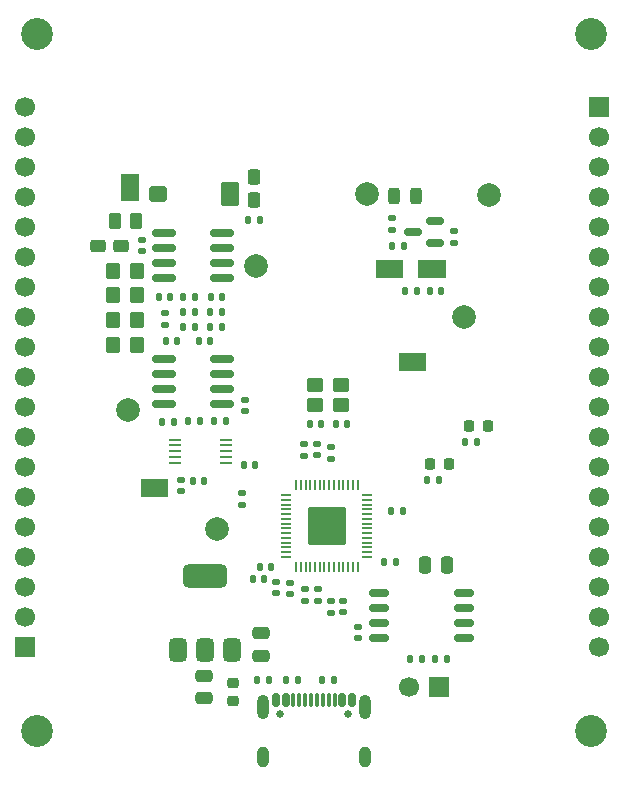
<source format=gbr>
%TF.GenerationSoftware,KiCad,Pcbnew,9.0.6*%
%TF.CreationDate,2025-11-29T10:37:21+02:00*%
%TF.ProjectId,laserboard,6c617365-7262-46f6-9172-642e6b696361,rev?*%
%TF.SameCoordinates,Original*%
%TF.FileFunction,Soldermask,Top*%
%TF.FilePolarity,Negative*%
%FSLAX46Y46*%
G04 Gerber Fmt 4.6, Leading zero omitted, Abs format (unit mm)*
G04 Created by KiCad (PCBNEW 9.0.6) date 2025-11-29 10:37:21*
%MOMM*%
%LPD*%
G01*
G04 APERTURE LIST*
G04 Aperture macros list*
%AMRoundRect*
0 Rectangle with rounded corners*
0 $1 Rounding radius*
0 $2 $3 $4 $5 $6 $7 $8 $9 X,Y pos of 4 corners*
0 Add a 4 corners polygon primitive as box body*
4,1,4,$2,$3,$4,$5,$6,$7,$8,$9,$2,$3,0*
0 Add four circle primitives for the rounded corners*
1,1,$1+$1,$2,$3*
1,1,$1+$1,$4,$5*
1,1,$1+$1,$6,$7*
1,1,$1+$1,$8,$9*
0 Add four rect primitives between the rounded corners*
20,1,$1+$1,$2,$3,$4,$5,0*
20,1,$1+$1,$4,$5,$6,$7,0*
20,1,$1+$1,$6,$7,$8,$9,0*
20,1,$1+$1,$8,$9,$2,$3,0*%
G04 Aperture macros list end*
%ADD10R,1.700000X1.700000*%
%ADD11C,1.700000*%
%ADD12RoundRect,0.140000X0.140000X0.170000X-0.140000X0.170000X-0.140000X-0.170000X0.140000X-0.170000X0*%
%ADD13RoundRect,0.140000X-0.140000X-0.170000X0.140000X-0.170000X0.140000X0.170000X-0.140000X0.170000X0*%
%ADD14RoundRect,0.250000X-0.475000X0.250000X-0.475000X-0.250000X0.475000X-0.250000X0.475000X0.250000X0*%
%ADD15RoundRect,0.135000X-0.135000X-0.185000X0.135000X-0.185000X0.135000X0.185000X-0.135000X0.185000X0*%
%ADD16RoundRect,0.375000X0.375000X-0.625000X0.375000X0.625000X-0.375000X0.625000X-0.375000X-0.625000X0*%
%ADD17RoundRect,0.500000X1.400000X-0.500000X1.400000X0.500000X-1.400000X0.500000X-1.400000X-0.500000X0*%
%ADD18RoundRect,0.218750X0.218750X0.256250X-0.218750X0.256250X-0.218750X-0.256250X0.218750X-0.256250X0*%
%ADD19RoundRect,0.162500X0.650000X0.162500X-0.650000X0.162500X-0.650000X-0.162500X0.650000X-0.162500X0*%
%ADD20RoundRect,0.135000X0.135000X0.185000X-0.135000X0.185000X-0.135000X-0.185000X0.135000X-0.185000X0*%
%ADD21RoundRect,0.140000X-0.170000X0.140000X-0.170000X-0.140000X0.170000X-0.140000X0.170000X0.140000X0*%
%ADD22RoundRect,0.135000X-0.185000X0.135000X-0.185000X-0.135000X0.185000X-0.135000X0.185000X0.135000X0*%
%ADD23RoundRect,0.050000X0.387500X0.050000X-0.387500X0.050000X-0.387500X-0.050000X0.387500X-0.050000X0*%
%ADD24RoundRect,0.050000X0.050000X0.387500X-0.050000X0.387500X-0.050000X-0.387500X0.050000X-0.387500X0*%
%ADD25RoundRect,0.144000X1.456000X1.456000X-1.456000X1.456000X-1.456000X-1.456000X1.456000X-1.456000X0*%
%ADD26RoundRect,0.250000X0.350000X0.450000X-0.350000X0.450000X-0.350000X-0.450000X0.350000X-0.450000X0*%
%ADD27C,2.000000*%
%ADD28RoundRect,0.140000X0.170000X-0.140000X0.170000X0.140000X-0.170000X0.140000X-0.170000X-0.140000X0*%
%ADD29RoundRect,0.250000X0.475000X-0.250000X0.475000X0.250000X-0.475000X0.250000X-0.475000X-0.250000X0*%
%ADD30C,0.650000*%
%ADD31RoundRect,0.150000X-0.150000X-0.425000X0.150000X-0.425000X0.150000X0.425000X-0.150000X0.425000X0*%
%ADD32RoundRect,0.075000X-0.075000X-0.500000X0.075000X-0.500000X0.075000X0.500000X-0.075000X0.500000X0*%
%ADD33O,1.000000X2.100000*%
%ADD34O,1.000000X1.800000*%
%ADD35RoundRect,0.250000X-0.262500X-0.450000X0.262500X-0.450000X0.262500X0.450000X-0.262500X0.450000X0*%
%ADD36C,2.700000*%
%ADD37RoundRect,0.135000X0.185000X-0.135000X0.185000X0.135000X-0.185000X0.135000X-0.185000X-0.135000X0*%
%ADD38R,1.000000X1.500000*%
%ADD39RoundRect,0.243750X-0.243750X-0.456250X0.243750X-0.456250X0.243750X0.456250X-0.243750X0.456250X0*%
%ADD40RoundRect,0.150000X-0.825000X-0.150000X0.825000X-0.150000X0.825000X0.150000X-0.825000X0.150000X0*%
%ADD41RoundRect,0.187500X-0.562500X-0.862500X0.562500X-0.862500X0.562500X0.862500X-0.562500X0.862500X0*%
%ADD42RoundRect,0.162500X-0.587500X-0.487500X0.587500X-0.487500X0.587500X0.487500X-0.587500X0.487500X0*%
%ADD43RoundRect,0.175000X-0.525000X-0.825000X0.525000X-0.825000X0.525000X0.825000X-0.525000X0.825000X0*%
%ADD44RoundRect,0.150000X-0.550000X-0.450000X0.550000X-0.450000X0.550000X0.450000X-0.550000X0.450000X0*%
%ADD45RoundRect,0.250000X-0.295000X0.407500X-0.295000X-0.407500X0.295000X-0.407500X0.295000X0.407500X0*%
%ADD46RoundRect,0.250000X0.450000X0.350000X-0.450000X0.350000X-0.450000X-0.350000X0.450000X-0.350000X0*%
%ADD47RoundRect,0.218750X0.256250X-0.218750X0.256250X0.218750X-0.256250X0.218750X-0.256250X-0.218750X0*%
%ADD48RoundRect,0.250000X-0.350000X-0.450000X0.350000X-0.450000X0.350000X0.450000X-0.350000X0.450000X0*%
%ADD49R,1.100000X0.250000*%
%ADD50RoundRect,0.150000X0.825000X0.150000X-0.825000X0.150000X-0.825000X-0.150000X0.825000X-0.150000X0*%
%ADD51RoundRect,0.250000X0.407500X0.295000X-0.407500X0.295000X-0.407500X-0.295000X0.407500X-0.295000X0*%
%ADD52RoundRect,0.250000X-0.250000X-0.475000X0.250000X-0.475000X0.250000X0.475000X-0.250000X0.475000X0*%
%ADD53RoundRect,0.150000X0.587500X0.150000X-0.587500X0.150000X-0.587500X-0.150000X0.587500X-0.150000X0*%
%ADD54R,1.500000X1.000000*%
G04 APERTURE END LIST*
%TO.C,JP8*%
G36*
X134450000Y-129400000D02*
G01*
X134750000Y-129400000D01*
X134750000Y-130900000D01*
X134450000Y-130900000D01*
X134450000Y-129400000D01*
G37*
%TO.C,JP6*%
G36*
X112950000Y-141550000D02*
G01*
X112650000Y-141550000D01*
X112650000Y-140050000D01*
X112950000Y-140050000D01*
X112950000Y-141550000D01*
G37*
%TO.C,JP5*%
G36*
X136410000Y-122990000D02*
G01*
X136110000Y-122990000D01*
X136110000Y-121490000D01*
X136410000Y-121490000D01*
X136410000Y-122990000D01*
G37*
%TO.C,JP7*%
G36*
X132510000Y-121490000D02*
G01*
X132810000Y-121490000D01*
X132810000Y-122990000D01*
X132510000Y-122990000D01*
X132510000Y-121490000D01*
G37*
%TO.C,JP2*%
G36*
X109950000Y-115500000D02*
G01*
X111450000Y-115500000D01*
X111450000Y-115200000D01*
X109950000Y-115200000D01*
X109950000Y-115500000D01*
G37*
%TD*%
D10*
%TO.C,J4*%
X101800000Y-154300000D03*
D11*
X101800000Y-151760000D03*
X101800000Y-149220000D03*
X101800000Y-146680000D03*
X101800000Y-144140000D03*
X101800000Y-141600000D03*
X101800000Y-139060000D03*
X101800000Y-136520000D03*
X101800000Y-133980000D03*
X101800000Y-131440000D03*
X101800000Y-128900000D03*
X101800000Y-126360000D03*
X101800000Y-123820000D03*
X101800000Y-121280000D03*
X101800000Y-118740000D03*
X101800000Y-116200000D03*
X101800000Y-113660000D03*
X101800000Y-111120000D03*
X101800000Y-108580000D03*
%TD*%
D12*
%TO.C,C6*%
X117480000Y-128400000D03*
X116520000Y-128400000D03*
%TD*%
D13*
%TO.C,C37*%
X120720000Y-118100000D03*
X121680000Y-118100000D03*
%TD*%
D14*
%TO.C,C18*%
X117000000Y-156700000D03*
X117000000Y-158600000D03*
%TD*%
D12*
%TO.C,C5*%
X116180000Y-125900000D03*
X115220000Y-125900000D03*
%TD*%
D15*
%TO.C,R6*%
X115580000Y-135165000D03*
X116600000Y-135165000D03*
%TD*%
D16*
%TO.C,U5*%
X114750000Y-154550000D03*
X117050000Y-154550000D03*
D17*
X117050000Y-148250000D03*
D16*
X119350000Y-154550000D03*
%TD*%
D18*
%TO.C,D3*%
X137690000Y-138750000D03*
X136115000Y-138750000D03*
%TD*%
D19*
%TO.C,U6*%
X138975000Y-153535000D03*
X138975000Y-152265000D03*
X138975000Y-150995000D03*
X138975000Y-149725000D03*
X131800000Y-149725000D03*
X131800000Y-150995000D03*
X131800000Y-152265000D03*
X131800000Y-153535000D03*
%TD*%
D20*
%TO.C,R27*%
X133860000Y-120340000D03*
X132840000Y-120340000D03*
%TD*%
D21*
%TO.C,C27*%
X127675000Y-150395000D03*
X127675000Y-151355000D03*
%TD*%
D15*
%TO.C,R14*%
X133950000Y-124140000D03*
X134970000Y-124140000D03*
%TD*%
D22*
%TO.C,R15*%
X138160000Y-119030000D03*
X138160000Y-120050000D03*
%TD*%
D12*
%TO.C,C31*%
X122655000Y-147500000D03*
X121695000Y-147500000D03*
%TD*%
D23*
%TO.C,U7*%
X130800000Y-146625000D03*
X130800000Y-146225000D03*
X130800000Y-145825000D03*
X130800000Y-145425000D03*
X130800000Y-145025000D03*
X130800000Y-144625000D03*
X130800000Y-144225000D03*
X130800000Y-143825000D03*
X130800000Y-143425000D03*
X130800000Y-143025000D03*
X130800000Y-142625000D03*
X130800000Y-142225000D03*
X130800000Y-141825000D03*
X130800000Y-141425000D03*
D24*
X129962500Y-140587500D03*
X129562500Y-140587500D03*
X129162500Y-140587500D03*
X128762500Y-140587500D03*
X128362500Y-140587500D03*
X127962500Y-140587500D03*
X127562500Y-140587500D03*
X127162500Y-140587500D03*
X126762500Y-140587500D03*
X126362500Y-140587500D03*
X125962500Y-140587500D03*
X125562500Y-140587500D03*
X125162500Y-140587500D03*
X124762500Y-140587500D03*
D23*
X123925000Y-141425000D03*
X123925000Y-141825000D03*
X123925000Y-142225000D03*
X123925000Y-142625000D03*
X123925000Y-143025000D03*
X123925000Y-143425000D03*
X123925000Y-143825000D03*
X123925000Y-144225000D03*
X123925000Y-144625000D03*
X123925000Y-145025000D03*
X123925000Y-145425000D03*
X123925000Y-145825000D03*
X123925000Y-146225000D03*
X123925000Y-146625000D03*
D24*
X124762500Y-147462500D03*
X125162500Y-147462500D03*
X125562500Y-147462500D03*
X125962500Y-147462500D03*
X126362500Y-147462500D03*
X126762500Y-147462500D03*
X127162500Y-147462500D03*
X127562500Y-147462500D03*
X127962500Y-147462500D03*
X128362500Y-147462500D03*
X128762500Y-147462500D03*
X129162500Y-147462500D03*
X129562500Y-147462500D03*
X129962500Y-147462500D03*
D25*
X127362500Y-144025000D03*
%TD*%
D26*
%TO.C,R26*%
X111300000Y-122400000D03*
X109300000Y-122400000D03*
%TD*%
D20*
%TO.C,R22*%
X128000000Y-157075000D03*
X126980000Y-157075000D03*
%TD*%
D18*
%TO.C,D4*%
X140975000Y-135550000D03*
X139400000Y-135550000D03*
%TD*%
D27*
%TO.C,TP1*%
X118100000Y-144250000D03*
%TD*%
D21*
%TO.C,C25*%
X123075000Y-148770000D03*
X123075000Y-149730000D03*
%TD*%
D28*
%TO.C,C26*%
X130000000Y-153530000D03*
X130000000Y-152570000D03*
%TD*%
D13*
%TO.C,C15*%
X128120000Y-135350000D03*
X129080000Y-135350000D03*
%TD*%
D15*
%TO.C,R16*%
X136490000Y-155250000D03*
X137510000Y-155250000D03*
%TD*%
D12*
%TO.C,C8*%
X114680000Y-128400000D03*
X113720000Y-128400000D03*
%TD*%
D21*
%TO.C,C30*%
X120200000Y-141270000D03*
X120200000Y-142230000D03*
%TD*%
D28*
%TO.C,C20*%
X111700000Y-120780000D03*
X111700000Y-119820000D03*
%TD*%
D29*
%TO.C,C17*%
X121800000Y-155000000D03*
X121800000Y-153100000D03*
%TD*%
D20*
%TO.C,R4*%
X116210000Y-127200000D03*
X115190000Y-127200000D03*
%TD*%
%TO.C,R5*%
X118810000Y-135165000D03*
X117790000Y-135165000D03*
%TD*%
D27*
%TO.C,TP2*%
X121400000Y-122000000D03*
%TD*%
D30*
%TO.C,J2*%
X123390000Y-159975000D03*
X129170000Y-159975000D03*
D31*
X123080000Y-158795000D03*
X123880000Y-158795000D03*
D32*
X125030000Y-158795000D03*
X126030000Y-158795000D03*
X126530000Y-158795000D03*
X127530000Y-158795000D03*
D31*
X128680000Y-158795000D03*
X129480000Y-158795000D03*
D32*
X128030000Y-158795000D03*
X127030000Y-158795000D03*
X125530000Y-158795000D03*
X124530000Y-158795000D03*
D33*
X121960000Y-159370000D03*
D34*
X121960000Y-163550000D03*
D33*
X130600000Y-159370000D03*
D34*
X130600000Y-163550000D03*
%TD*%
D35*
%TO.C,R29*%
X109387500Y-118200000D03*
X111212500Y-118200000D03*
%TD*%
D36*
%TO.C,H4*%
X102850000Y-102400000D03*
%TD*%
D37*
%TO.C,R13*%
X132860000Y-118950000D03*
X132860000Y-117930000D03*
%TD*%
D27*
%TO.C,TP5*%
X130735000Y-115940000D03*
%TD*%
D38*
%TO.C,JP8*%
X133950000Y-130150000D03*
X135250000Y-130150000D03*
%TD*%
D12*
%TO.C,C34*%
X114400000Y-135200000D03*
X113440000Y-135200000D03*
%TD*%
D36*
%TO.C,H2*%
X102850000Y-161400000D03*
%TD*%
D27*
%TO.C,TP7*%
X141100000Y-116000000D03*
%TD*%
D39*
%TO.C,D2*%
X133060000Y-116040000D03*
X134935000Y-116040000D03*
%TD*%
D38*
%TO.C,JP6*%
X113450000Y-140800000D03*
X112150000Y-140800000D03*
%TD*%
%TO.C,JP5*%
X136910000Y-122240000D03*
X135610000Y-122240000D03*
%TD*%
D13*
%TO.C,C3*%
X117520000Y-124600000D03*
X118480000Y-124600000D03*
%TD*%
D40*
%TO.C,U3*%
X113550000Y-119195000D03*
X113550000Y-120465000D03*
X113550000Y-121735000D03*
X113550000Y-123005000D03*
X118500000Y-123005000D03*
X118500000Y-121735000D03*
X118500000Y-120465000D03*
X118500000Y-119195000D03*
%TD*%
D41*
%TO.C,D1*%
X119150000Y-115900000D03*
D42*
X113050000Y-115900000D03*
D43*
X119150000Y-115900000D03*
D44*
X113050000Y-115900000D03*
%TD*%
D15*
%TO.C,R31*%
X121470000Y-157075000D03*
X122490000Y-157075000D03*
%TD*%
D21*
%TO.C,C22*%
X128700000Y-150370000D03*
X128700000Y-151330000D03*
%TD*%
D20*
%TO.C,R2*%
X118510000Y-127200000D03*
X117490000Y-127200000D03*
%TD*%
D12*
%TO.C,C19*%
X122080000Y-148550000D03*
X121120000Y-148550000D03*
%TD*%
D15*
%TO.C,R1*%
X117490000Y-125900000D03*
X118510000Y-125900000D03*
%TD*%
D45*
%TO.C,C36*%
X121200000Y-114500000D03*
X121200000Y-116455000D03*
%TD*%
D26*
%TO.C,R23*%
X111300000Y-126600000D03*
X109300000Y-126600000D03*
%TD*%
D27*
%TO.C,TP6*%
X139000000Y-126340000D03*
%TD*%
D46*
%TO.C,Y1*%
X128600000Y-132050000D03*
X126400000Y-132050000D03*
X126400000Y-133750000D03*
X128600000Y-133750000D03*
%TD*%
D47*
%TO.C,D5*%
X119380000Y-158862500D03*
X119380000Y-157287500D03*
%TD*%
D37*
%TO.C,R19*%
X126575000Y-150360000D03*
X126575000Y-149340000D03*
%TD*%
D20*
%TO.C,R30*%
X140110000Y-136950000D03*
X139090000Y-136950000D03*
%TD*%
D13*
%TO.C,C4*%
X116020000Y-140200000D03*
X116980000Y-140200000D03*
%TD*%
D37*
%TO.C,R18*%
X127700000Y-138340000D03*
X127700000Y-137320000D03*
%TD*%
D21*
%TO.C,C1*%
X115000000Y-140090000D03*
X115000000Y-141050000D03*
%TD*%
D15*
%TO.C,R3*%
X115190000Y-124600000D03*
X116210000Y-124600000D03*
%TD*%
D20*
%TO.C,R21*%
X124890000Y-157075000D03*
X123870000Y-157075000D03*
%TD*%
D27*
%TO.C,TP4*%
X110500000Y-134200000D03*
%TD*%
D48*
%TO.C,R24*%
X109300000Y-128700000D03*
X111300000Y-128700000D03*
%TD*%
D38*
%TO.C,JP7*%
X132010000Y-122240000D03*
X133310000Y-122240000D03*
%TD*%
D13*
%TO.C,C14*%
X136080000Y-124140000D03*
X137040000Y-124140000D03*
%TD*%
D10*
%TO.C,J1*%
X136900000Y-157650000D03*
D11*
X134360000Y-157650000D03*
%TD*%
D49*
%TO.C,U2*%
X114500000Y-136700000D03*
X114500000Y-137200000D03*
X114500000Y-137700000D03*
X114500000Y-138200000D03*
X114500000Y-138700000D03*
X118800000Y-138700000D03*
X118800000Y-138200000D03*
X118800000Y-137700000D03*
X118800000Y-137200000D03*
X118800000Y-136700000D03*
%TD*%
D28*
%TO.C,C21*%
X125400000Y-138060000D03*
X125400000Y-137100000D03*
%TD*%
D48*
%TO.C,R25*%
X109300000Y-124500000D03*
X111300000Y-124500000D03*
%TD*%
D13*
%TO.C,C24*%
X132220000Y-147050000D03*
X133180000Y-147050000D03*
%TD*%
D28*
%TO.C,C28*%
X126500000Y-138040000D03*
X126500000Y-137080000D03*
%TD*%
D50*
%TO.C,U1*%
X118500000Y-133670000D03*
X118500000Y-132400000D03*
X118500000Y-131130000D03*
X118500000Y-129860000D03*
X113550000Y-129860000D03*
X113550000Y-131130000D03*
X113550000Y-132400000D03*
X113550000Y-133670000D03*
%TD*%
D36*
%TO.C,H3*%
X149710000Y-102400000D03*
%TD*%
D51*
%TO.C,C33*%
X109977500Y-120300000D03*
X108022500Y-120300000D03*
%TD*%
D37*
%TO.C,R8*%
X113700000Y-127010000D03*
X113700000Y-125990000D03*
%TD*%
D52*
%TO.C,C32*%
X135650000Y-147350000D03*
X137550000Y-147350000D03*
%TD*%
D12*
%TO.C,C7*%
X114100000Y-124600000D03*
X113140000Y-124600000D03*
%TD*%
D15*
%TO.C,R17*%
X134390000Y-155250000D03*
X135410000Y-155250000D03*
%TD*%
D53*
%TO.C,N-MOS1*%
X136535000Y-120090000D03*
X136535000Y-118190000D03*
X134660000Y-119140000D03*
%TD*%
D36*
%TO.C,H1*%
X149710000Y-161400000D03*
%TD*%
D10*
%TO.C,J3*%
X150370000Y-108510000D03*
D11*
X150370000Y-111050000D03*
X150370000Y-113590000D03*
X150370000Y-116130000D03*
X150370000Y-118670000D03*
X150370000Y-121210000D03*
X150370000Y-123750000D03*
X150370000Y-126290000D03*
X150370000Y-128830000D03*
X150370000Y-131370000D03*
X150370000Y-133910000D03*
X150370000Y-136450000D03*
X150370000Y-138990000D03*
X150370000Y-141530000D03*
X150370000Y-144070000D03*
X150370000Y-146610000D03*
X150370000Y-149150000D03*
X150370000Y-151690000D03*
X150370000Y-154230000D03*
%TD*%
D28*
%TO.C,C35*%
X120400000Y-134280000D03*
X120400000Y-133320000D03*
%TD*%
D20*
%TO.C,R28*%
X136900000Y-140150000D03*
X135880000Y-140150000D03*
%TD*%
D54*
%TO.C,JP2*%
X110700000Y-116000000D03*
X110700000Y-114700000D03*
%TD*%
D12*
%TO.C,C16*%
X126880000Y-135350000D03*
X125920000Y-135350000D03*
%TD*%
D13*
%TO.C,C29*%
X132820000Y-142750000D03*
X133780000Y-142750000D03*
%TD*%
%TO.C,C2*%
X120320000Y-138850000D03*
X121280000Y-138850000D03*
%TD*%
D21*
%TO.C,C23*%
X124250000Y-148820000D03*
X124250000Y-149780000D03*
%TD*%
D37*
%TO.C,R20*%
X125475000Y-150360000D03*
X125475000Y-149340000D03*
%TD*%
M02*

</source>
